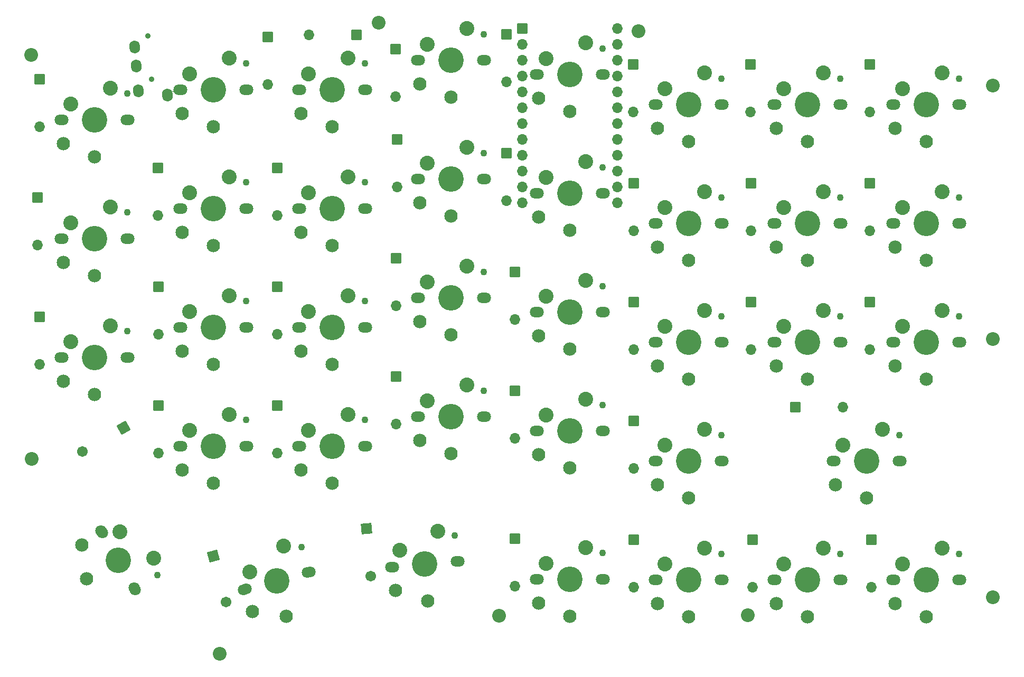
<source format=gbr>
G04 #@! TF.GenerationSoftware,KiCad,Pcbnew,(6.0.1-0)*
G04 #@! TF.CreationDate,2022-09-28T20:44:09+02:00*
G04 #@! TF.ProjectId,takmak,74616b6d-616b-42e6-9b69-6361645f7063,rev?*
G04 #@! TF.SameCoordinates,Original*
G04 #@! TF.FileFunction,Soldermask,Bot*
G04 #@! TF.FilePolarity,Negative*
%FSLAX46Y46*%
G04 Gerber Fmt 4.6, Leading zero omitted, Abs format (unit mm)*
G04 Created by KiCad (PCBNEW (6.0.1-0)) date 2022-09-28 20:44:09*
%MOMM*%
%LPD*%
G01*
G04 APERTURE LIST*
G04 Aperture macros list*
%AMRoundRect*
0 Rectangle with rounded corners*
0 $1 Rounding radius*
0 $2 $3 $4 $5 $6 $7 $8 $9 X,Y pos of 4 corners*
0 Add a 4 corners polygon primitive as box body*
4,1,4,$2,$3,$4,$5,$6,$7,$8,$9,$2,$3,0*
0 Add four circle primitives for the rounded corners*
1,1,$1+$1,$2,$3*
1,1,$1+$1,$4,$5*
1,1,$1+$1,$6,$7*
1,1,$1+$1,$8,$9*
0 Add four rect primitives between the rounded corners*
20,1,$1+$1,$2,$3,$4,$5,0*
20,1,$1+$1,$4,$5,$6,$7,0*
20,1,$1+$1,$6,$7,$8,$9,0*
20,1,$1+$1,$8,$9,$2,$3,0*%
%AMHorizOval*
0 Thick line with rounded ends*
0 $1 width*
0 $2 $3 position (X,Y) of the first rounded end (center of the circle)*
0 $4 $5 position (X,Y) of the second rounded end (center of the circle)*
0 Add line between two ends*
20,1,$1,$2,$3,$4,$5,0*
0 Add two circle primitives to create the rounded ends*
1,1,$1,$2,$3*
1,1,$1,$4,$5*%
G04 Aperture macros list end*
%ADD10C,1.803800*%
%ADD11C,4.089800*%
%ADD12C,1.092600*%
%ADD13C,2.388000*%
%ADD14C,2.134000*%
%ADD15RoundRect,0.051000X0.800000X0.800000X-0.800000X0.800000X-0.800000X-0.800000X0.800000X-0.800000X0*%
%ADD16O,1.702000X1.702000*%
%ADD17C,2.202000*%
%ADD18RoundRect,0.051000X-0.800000X0.800000X-0.800000X-0.800000X0.800000X-0.800000X0.800000X0.800000X0*%
%ADD19RoundRect,0.051000X0.292820X1.092820X-1.092820X0.292820X-0.292820X-1.092820X1.092820X-0.292820X0*%
%ADD20HorizOval,1.702000X0.000000X0.000000X0.000000X0.000000X0*%
%ADD21C,0.902000*%
%ADD22HorizOval,1.702000X-0.017431X0.199239X0.017431X-0.199239X0*%
%ADD23RoundRect,0.051000X-0.979796X0.565685X-0.565685X-0.979796X0.979796X-0.565685X0.565685X0.979796X0*%
%ADD24HorizOval,1.702000X0.000000X0.000000X0.000000X0.000000X0*%
%ADD25RoundRect,0.051000X-0.800000X-0.800000X0.800000X-0.800000X0.800000X0.800000X-0.800000X0.800000X0*%
%ADD26RoundRect,0.051000X-0.866680X0.727231X-0.727231X-0.866680X0.866680X-0.727231X0.727231X0.866680X0*%
%ADD27HorizOval,1.702000X0.000000X0.000000X0.000000X0.000000X0*%
G04 APERTURE END LIST*
D10*
X86575000Y-30988000D03*
X97575000Y-30988000D03*
D11*
X92075000Y-30988000D03*
D10*
X97155000Y-30988000D03*
X86995000Y-30988000D03*
D12*
X97295000Y-26788000D03*
D13*
X94615000Y-25908000D03*
D14*
X92075000Y-36888000D03*
D13*
X88265000Y-28448000D03*
D14*
X87075000Y-34788000D03*
D10*
X153250000Y-95250000D03*
D12*
X163970000Y-91050000D03*
D10*
X164250000Y-95250000D03*
X153670000Y-95250000D03*
D11*
X158750000Y-95250000D03*
D10*
X163830000Y-95250000D03*
D13*
X161290000Y-90170000D03*
D14*
X158750000Y-101150000D03*
X153750000Y-99050000D03*
D13*
X154940000Y-92710000D03*
D10*
X86995000Y-88138000D03*
D11*
X92075000Y-88138000D03*
D12*
X97295000Y-83938000D03*
D10*
X97575000Y-88138000D03*
X86575000Y-88138000D03*
X97155000Y-88138000D03*
D14*
X92075000Y-94038000D03*
D13*
X94615000Y-83058000D03*
D14*
X87075000Y-91938000D03*
D13*
X88265000Y-85598000D03*
D10*
X69041903Y-113112199D03*
D12*
X68090093Y-109019076D03*
D10*
X58822408Y-115850505D03*
X69447592Y-113003495D03*
D11*
X64135000Y-114427000D03*
D10*
X59228097Y-115741801D03*
D14*
X65662032Y-120125962D03*
D13*
X65273651Y-108862696D03*
D14*
X60288883Y-119391613D03*
D13*
X59797422Y-112959649D03*
D10*
X116205000Y-33274000D03*
D11*
X111125000Y-33274000D03*
D12*
X116345000Y-29074000D03*
D10*
X116625000Y-33274000D03*
X106045000Y-33274000D03*
X105625000Y-33274000D03*
D13*
X113665000Y-28194000D03*
D14*
X111125000Y-39174000D03*
X106125000Y-37074000D03*
D13*
X107315000Y-30734000D03*
D10*
X135675000Y-114300000D03*
D12*
X135395000Y-110100000D03*
D10*
X135255000Y-114300000D03*
X124675000Y-114300000D03*
D11*
X130175000Y-114300000D03*
D10*
X125095000Y-114300000D03*
D13*
X132715000Y-109220000D03*
D14*
X130175000Y-120200000D03*
X125175000Y-118100000D03*
D13*
X126365000Y-111760000D03*
D12*
X116345000Y-48124000D03*
D10*
X116205000Y-52324000D03*
X116625000Y-52324000D03*
D11*
X111125000Y-52324000D03*
D10*
X106045000Y-52324000D03*
X105625000Y-52324000D03*
D14*
X111125000Y-58224000D03*
D13*
X113665000Y-47244000D03*
D14*
X106125000Y-56124000D03*
D13*
X107315000Y-49784000D03*
D10*
X67525000Y-35687000D03*
X78525000Y-35687000D03*
D11*
X73025000Y-35687000D03*
D10*
X67945000Y-35687000D03*
D12*
X78245000Y-31487000D03*
D10*
X78105000Y-35687000D03*
D13*
X75565000Y-30607000D03*
D14*
X73025000Y-41587000D03*
X68025000Y-39487000D03*
D13*
X69215000Y-33147000D03*
D11*
X53975000Y-54737000D03*
D10*
X59055000Y-54737000D03*
X48475000Y-54737000D03*
X48895000Y-54737000D03*
D12*
X59195000Y-50537000D03*
D10*
X59475000Y-54737000D03*
D14*
X53975000Y-60637000D03*
D13*
X56515000Y-49657000D03*
X50165000Y-52197000D03*
D14*
X48975000Y-58537000D03*
D10*
X154725000Y-57150000D03*
X143725000Y-57150000D03*
D12*
X154445000Y-52950000D03*
D10*
X144145000Y-57150000D03*
D11*
X149225000Y-57150000D03*
D10*
X154305000Y-57150000D03*
D14*
X149225000Y-63050000D03*
D13*
X151765000Y-52070000D03*
D14*
X144225000Y-60950000D03*
D13*
X145415000Y-54610000D03*
D15*
X103505000Y-25908000D03*
D16*
X103505000Y-28448000D03*
X103505000Y-30988000D03*
X103505000Y-33528000D03*
X103505000Y-36068000D03*
X103505000Y-38608000D03*
X103505000Y-41148000D03*
X103505000Y-43688000D03*
X103505000Y-46228000D03*
X103505000Y-48768000D03*
X103505000Y-51308000D03*
X103505000Y-53848000D03*
X118745000Y-53848000D03*
X118745000Y-51308000D03*
X118745000Y-48768000D03*
X118745000Y-46228000D03*
X118745000Y-43688000D03*
X118745000Y-41148000D03*
X118745000Y-38608000D03*
X118745000Y-36068000D03*
X118745000Y-33528000D03*
X118745000Y-30988000D03*
X118745000Y-28448000D03*
X118745000Y-25908000D03*
D12*
X116345000Y-67174000D03*
D10*
X116205000Y-71374000D03*
X116625000Y-71374000D03*
X106045000Y-71374000D03*
D11*
X111125000Y-71374000D03*
D10*
X105625000Y-71374000D03*
D13*
X113665000Y-66294000D03*
D14*
X111125000Y-77274000D03*
X106125000Y-75174000D03*
D13*
X107315000Y-68834000D03*
D11*
X92075000Y-50038000D03*
D10*
X97575000Y-50038000D03*
X86995000Y-50038000D03*
X86575000Y-50038000D03*
D12*
X97295000Y-45838000D03*
D10*
X97155000Y-50038000D03*
D13*
X94615000Y-44958000D03*
D14*
X92075000Y-55938000D03*
X87075000Y-53838000D03*
D13*
X88265000Y-47498000D03*
D11*
X53975000Y-92837000D03*
D10*
X59475000Y-92837000D03*
D12*
X59195000Y-88637000D03*
D10*
X59055000Y-92837000D03*
X48475000Y-92837000D03*
X48895000Y-92837000D03*
D14*
X53975000Y-98737000D03*
D13*
X56515000Y-87757000D03*
X50165000Y-90297000D03*
D14*
X48975000Y-96637000D03*
D17*
X24790400Y-30099000D03*
D11*
X53975000Y-73787000D03*
D12*
X59195000Y-69587000D03*
D10*
X48475000Y-73787000D03*
X59475000Y-73787000D03*
X59055000Y-73787000D03*
X48895000Y-73787000D03*
D13*
X56515000Y-68707000D03*
D14*
X53975000Y-79687000D03*
D13*
X50165000Y-71247000D03*
D14*
X48975000Y-77587000D03*
D10*
X154725000Y-76200000D03*
X154305000Y-76200000D03*
D12*
X154445000Y-72000000D03*
D10*
X143725000Y-76200000D03*
D11*
X149225000Y-76200000D03*
D10*
X144145000Y-76200000D03*
D14*
X149225000Y-82100000D03*
D13*
X151765000Y-71120000D03*
D14*
X144225000Y-80000000D03*
D13*
X145415000Y-73660000D03*
D10*
X78105000Y-54737000D03*
D11*
X73025000Y-54737000D03*
D10*
X67525000Y-54737000D03*
X67945000Y-54737000D03*
D12*
X78245000Y-50537000D03*
D10*
X78525000Y-54737000D03*
D13*
X75565000Y-49657000D03*
D14*
X73025000Y-60637000D03*
X68025000Y-58537000D03*
D13*
X69215000Y-52197000D03*
D10*
X124675000Y-38100000D03*
X135255000Y-38100000D03*
X135675000Y-38100000D03*
D12*
X135395000Y-33900000D03*
D11*
X130175000Y-38100000D03*
D10*
X125095000Y-38100000D03*
D14*
X130175000Y-44000000D03*
D13*
X132715000Y-33020000D03*
D14*
X125175000Y-41900000D03*
D13*
X126365000Y-35560000D03*
D10*
X154725000Y-114300000D03*
X144145000Y-114300000D03*
X154305000Y-114300000D03*
X143725000Y-114300000D03*
D12*
X154445000Y-110100000D03*
D11*
X149225000Y-114300000D03*
D13*
X151765000Y-109220000D03*
D14*
X149225000Y-120200000D03*
X144225000Y-118100000D03*
D13*
X145415000Y-111760000D03*
D12*
X154445000Y-33900000D03*
D11*
X149225000Y-38100000D03*
D10*
X154725000Y-38100000D03*
X144145000Y-38100000D03*
X143725000Y-38100000D03*
X154305000Y-38100000D03*
D14*
X149225000Y-44000000D03*
D13*
X151765000Y-33020000D03*
D14*
X144225000Y-41900000D03*
D13*
X145415000Y-35560000D03*
D10*
X135255000Y-76200000D03*
X124675000Y-76200000D03*
D12*
X135395000Y-72000000D03*
D10*
X125095000Y-76200000D03*
X135675000Y-76200000D03*
D11*
X130175000Y-76200000D03*
D13*
X132715000Y-71120000D03*
D14*
X130175000Y-82100000D03*
D13*
X126365000Y-73660000D03*
D14*
X125175000Y-80000000D03*
D12*
X78245000Y-69587000D03*
D10*
X67945000Y-73787000D03*
X67525000Y-73787000D03*
D11*
X73025000Y-73787000D03*
D10*
X78525000Y-73787000D03*
X78105000Y-73787000D03*
D13*
X75565000Y-68707000D03*
D14*
X73025000Y-79687000D03*
X68025000Y-77587000D03*
D13*
X69215000Y-71247000D03*
D10*
X163195000Y-57150000D03*
D12*
X173495000Y-52950000D03*
D10*
X173355000Y-57150000D03*
X162775000Y-57150000D03*
D11*
X168275000Y-57150000D03*
D10*
X173775000Y-57150000D03*
D14*
X168275000Y-63050000D03*
D13*
X170815000Y-52070000D03*
D14*
X163275000Y-60950000D03*
D13*
X164465000Y-54610000D03*
D10*
X163195000Y-38100000D03*
X162775000Y-38100000D03*
D12*
X173495000Y-33900000D03*
D10*
X173775000Y-38100000D03*
X173355000Y-38100000D03*
D11*
X168275000Y-38100000D03*
D13*
X170815000Y-33020000D03*
D14*
X168275000Y-44000000D03*
D13*
X164465000Y-35560000D03*
D14*
X163275000Y-41900000D03*
D10*
X29845000Y-40513000D03*
D12*
X40145000Y-36313000D03*
D10*
X40425000Y-40513000D03*
X29425000Y-40513000D03*
D11*
X34925000Y-40513000D03*
D10*
X40005000Y-40513000D03*
D13*
X37465000Y-35433000D03*
D14*
X34925000Y-46413000D03*
X29925000Y-44313000D03*
D13*
X31115000Y-37973000D03*
D10*
X93363071Y-111280643D03*
X82404929Y-112239357D03*
X82823331Y-112202751D03*
D11*
X87884000Y-111760000D03*
D12*
X92718082Y-107121029D03*
D10*
X92944669Y-111317249D03*
D14*
X88398219Y-117637549D03*
D13*
X89971583Y-106477955D03*
D14*
X83234218Y-115981319D03*
D13*
X83867123Y-109561729D03*
D10*
X135675000Y-57150000D03*
D12*
X135395000Y-52950000D03*
D10*
X124675000Y-57150000D03*
X125095000Y-57150000D03*
D11*
X130175000Y-57150000D03*
D10*
X135255000Y-57150000D03*
D14*
X130175000Y-63050000D03*
D13*
X132715000Y-52070000D03*
X126365000Y-54610000D03*
D14*
X125175000Y-60950000D03*
D10*
X173355000Y-114300000D03*
X163195000Y-114300000D03*
X162775000Y-114300000D03*
D11*
X168275000Y-114300000D03*
D12*
X173495000Y-110100000D03*
D10*
X173775000Y-114300000D03*
D14*
X168275000Y-120200000D03*
D13*
X170815000Y-109220000D03*
D14*
X163275000Y-118100000D03*
D13*
X164465000Y-111760000D03*
D12*
X40145000Y-74413000D03*
D10*
X29845000Y-78613000D03*
D11*
X34925000Y-78613000D03*
D10*
X40005000Y-78613000D03*
X29425000Y-78613000D03*
X40425000Y-78613000D03*
D14*
X34925000Y-84513000D03*
D13*
X37465000Y-73533000D03*
D14*
X29925000Y-82413000D03*
D13*
X31115000Y-76073000D03*
D10*
X48475000Y-35687000D03*
D11*
X53975000Y-35687000D03*
D12*
X59195000Y-31487000D03*
D10*
X59475000Y-35687000D03*
X48895000Y-35687000D03*
X59055000Y-35687000D03*
D14*
X53975000Y-41587000D03*
D13*
X56515000Y-30607000D03*
X50165000Y-33147000D03*
D14*
X48975000Y-39487000D03*
D17*
X178993800Y-35001200D03*
X122148600Y-26263600D03*
X80492600Y-24968200D03*
X99822000Y-120040400D03*
X24841200Y-94919800D03*
X178993800Y-117043200D03*
X54965600Y-126161800D03*
X139674600Y-119913400D03*
X178993800Y-75641200D03*
D10*
X78105000Y-92837000D03*
X67525000Y-92837000D03*
D12*
X78245000Y-88637000D03*
D10*
X78525000Y-92837000D03*
D11*
X73025000Y-92837000D03*
D10*
X67945000Y-92837000D03*
D14*
X73025000Y-98737000D03*
D13*
X75565000Y-87757000D03*
X69215000Y-90297000D03*
D14*
X68025000Y-96637000D03*
D11*
X111125000Y-90424000D03*
D12*
X116345000Y-86224000D03*
D10*
X106045000Y-90424000D03*
X105625000Y-90424000D03*
X116205000Y-90424000D03*
X116625000Y-90424000D03*
D14*
X111125000Y-96324000D03*
D13*
X113665000Y-85344000D03*
X107315000Y-87884000D03*
D14*
X106125000Y-94224000D03*
D12*
X44982307Y-113545653D03*
D11*
X38735000Y-111125000D03*
D10*
X35985000Y-106361860D03*
X36195000Y-106725591D03*
X41485000Y-115888140D03*
X41275000Y-115524409D03*
D14*
X33625450Y-114075000D03*
D13*
X44404409Y-110784705D03*
D14*
X32944103Y-108694873D03*
D13*
X39029705Y-106555443D03*
D10*
X97575000Y-69088000D03*
D11*
X92075000Y-69088000D03*
D10*
X97155000Y-69088000D03*
D12*
X97295000Y-64888000D03*
D10*
X86995000Y-69088000D03*
X86575000Y-69088000D03*
D14*
X92075000Y-74988000D03*
D13*
X94615000Y-64008000D03*
X88265000Y-66548000D03*
D14*
X87075000Y-72888000D03*
D12*
X116345000Y-109973000D03*
D10*
X116205000Y-114173000D03*
D11*
X111125000Y-114173000D03*
D10*
X105625000Y-114173000D03*
X116625000Y-114173000D03*
X106045000Y-114173000D03*
D14*
X111125000Y-120073000D03*
D13*
X113665000Y-109093000D03*
X107315000Y-111633000D03*
D14*
X106125000Y-117973000D03*
D10*
X173355000Y-76200000D03*
D12*
X173495000Y-72000000D03*
D10*
X162775000Y-76200000D03*
D11*
X168275000Y-76200000D03*
D10*
X163195000Y-76200000D03*
X173775000Y-76200000D03*
D14*
X168275000Y-82100000D03*
D13*
X170815000Y-71120000D03*
X164465000Y-73660000D03*
D14*
X163275000Y-80000000D03*
D12*
X40145000Y-55363000D03*
D11*
X34925000Y-59563000D03*
D10*
X29845000Y-59563000D03*
X40425000Y-59563000D03*
X40005000Y-59563000D03*
X29425000Y-59563000D03*
D13*
X37465000Y-54483000D03*
D14*
X34925000Y-65463000D03*
X29925000Y-63363000D03*
D13*
X31115000Y-57023000D03*
D10*
X125095000Y-95250000D03*
X135255000Y-95250000D03*
D11*
X130175000Y-95250000D03*
D10*
X135675000Y-95250000D03*
D12*
X135395000Y-91050000D03*
D10*
X124675000Y-95250000D03*
D14*
X130175000Y-101150000D03*
D13*
X132715000Y-90170000D03*
X126365000Y-92710000D03*
D14*
X125175000Y-99050000D03*
D18*
X26162000Y-34036000D03*
D16*
X26162000Y-41656000D03*
D19*
X39621557Y-89916000D03*
D20*
X33022443Y-93726000D03*
D18*
X159258000Y-50673000D03*
D16*
X159258000Y-58293000D03*
D18*
X159258000Y-31623000D03*
D16*
X159258000Y-39243000D03*
D18*
X140462000Y-107823000D03*
D16*
X140462000Y-115443000D03*
D18*
X140208000Y-69723000D03*
D16*
X140208000Y-77343000D03*
D18*
X121285000Y-31623000D03*
D16*
X121285000Y-39243000D03*
D21*
X43497249Y-27070112D03*
X44107339Y-34043474D03*
D22*
X41606918Y-31853065D03*
X41345451Y-28864481D03*
X46633908Y-36532742D03*
X41955541Y-35837844D03*
D18*
X102362000Y-64897000D03*
D16*
X102362000Y-72517000D03*
D18*
X62738000Y-27203400D03*
D16*
X62738000Y-34823400D03*
D18*
X83185000Y-29210000D03*
D16*
X83185000Y-36830000D03*
D18*
X121412000Y-107823000D03*
D16*
X121412000Y-115443000D03*
D23*
X54004900Y-110492823D03*
D24*
X55977101Y-117853178D03*
D18*
X64262000Y-48260000D03*
D16*
X64262000Y-55880000D03*
D18*
X64262000Y-67310000D03*
D16*
X64262000Y-74930000D03*
D18*
X26162000Y-72136000D03*
D16*
X26162000Y-79756000D03*
D18*
X25781000Y-52959000D03*
D16*
X25781000Y-60579000D03*
D18*
X45085000Y-48260000D03*
D16*
X45085000Y-55880000D03*
D18*
X102362000Y-107696000D03*
D16*
X102362000Y-115316000D03*
D18*
X159512000Y-107823000D03*
D16*
X159512000Y-115443000D03*
D18*
X83312000Y-62738000D03*
D16*
X83312000Y-70358000D03*
D18*
X121412000Y-88773000D03*
D16*
X121412000Y-96393000D03*
D18*
X45212000Y-67310000D03*
D16*
X45212000Y-74930000D03*
D18*
X64262000Y-86360000D03*
D16*
X64262000Y-93980000D03*
D18*
X100965000Y-45847000D03*
D16*
X100965000Y-53467000D03*
D18*
X140208000Y-50673000D03*
D16*
X140208000Y-58293000D03*
D25*
X147320000Y-86614000D03*
D16*
X154940000Y-86614000D03*
D18*
X159258000Y-69723000D03*
D16*
X159258000Y-77343000D03*
D18*
X45212000Y-86360000D03*
D16*
X45212000Y-93980000D03*
D15*
X76962000Y-26924000D03*
D16*
X69342000Y-26924000D03*
D18*
X83312000Y-81661000D03*
D16*
X83312000Y-89281000D03*
D18*
X100965000Y-26797000D03*
D16*
X100965000Y-34417000D03*
D18*
X140081000Y-31623000D03*
D16*
X140081000Y-39243000D03*
D18*
X121412000Y-69723000D03*
D16*
X121412000Y-77343000D03*
D18*
X121412000Y-50673000D03*
D16*
X121412000Y-58293000D03*
D18*
X83439000Y-43688000D03*
D16*
X83439000Y-51308000D03*
D26*
X78534937Y-106059498D03*
D27*
X79199064Y-113650502D03*
D18*
X102362000Y-83947000D03*
D16*
X102362000Y-91567000D03*
G36*
X47583763Y-35769320D02*
G01*
X47594776Y-35874098D01*
X47652910Y-36053018D01*
X47685839Y-36110053D01*
X47685839Y-36112053D01*
X47684107Y-36113053D01*
X47682658Y-36112431D01*
X47635176Y-36062507D01*
X47567891Y-36046093D01*
X47502413Y-36068663D01*
X47459532Y-36123049D01*
X47452845Y-36191927D01*
X47451682Y-36193555D01*
X47449691Y-36193361D01*
X47448892Y-36192122D01*
X47426617Y-36079623D01*
X47358553Y-35923830D01*
X47358776Y-35921842D01*
X47360609Y-35921041D01*
X47361662Y-35921489D01*
X47414741Y-35965458D01*
X47483496Y-35973789D01*
X47545840Y-35943627D01*
X47582044Y-35884444D01*
X47585859Y-35842078D01*
X47579781Y-35769696D01*
X47580633Y-35767887D01*
X47582626Y-35767719D01*
X47583763Y-35769320D01*
G37*
M02*

</source>
